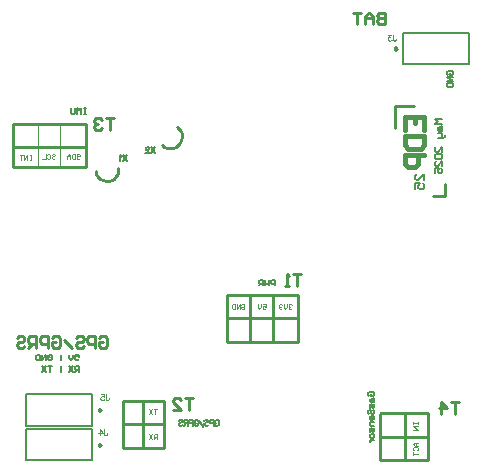
<source format=gbo>
G04*
G04 #@! TF.GenerationSoftware,Altium Limited,Altium Designer,25.2.1 (25)*
G04*
G04 Layer_Color=32896*
%FSLAX25Y25*%
%MOIN*%
G70*
G04*
G04 #@! TF.SameCoordinates,E3AB8C20-A1E6-43C1-8624-3ED8289FA371*
G04*
G04*
G04 #@! TF.FilePolarity,Positive*
G04*
G01*
G75*
%ADD10C,0.00984*%
%ADD11C,0.00591*%
%ADD12C,0.00787*%
%ADD16C,0.01000*%
%ADD17C,0.00394*%
%ADD97C,0.01772*%
D10*
X30913Y30512D02*
X30175Y30938D01*
Y30086D01*
X30913Y30512D01*
X30906Y18898D02*
X30167Y19324D01*
Y18471D01*
X30906Y18898D01*
X129508Y150984D02*
X128770Y151410D01*
Y150558D01*
X129508Y150984D01*
D11*
X48787Y118078D02*
X47475Y116110D01*
Y118078D02*
X48787Y116110D01*
X46941Y117610D02*
Y117703D01*
X46847Y117891D01*
X46754Y117985D01*
X46566Y118078D01*
X46191D01*
X46004Y117985D01*
X45910Y117891D01*
X45817Y117703D01*
Y117516D01*
X45910Y117329D01*
X46098Y117047D01*
X47035Y116110D01*
X45723D01*
X39559Y115370D02*
X38247Y113402D01*
Y115370D02*
X39559Y113402D01*
X37806Y114995D02*
X37619Y115088D01*
X37338Y115370D01*
Y113402D01*
X68870Y26781D02*
X68963Y26968D01*
X69151Y27156D01*
X69338Y27249D01*
X69713D01*
X69901Y27156D01*
X70088Y26968D01*
X70182Y26781D01*
X70276Y26500D01*
Y26031D01*
X70182Y25750D01*
X70088Y25562D01*
X69901Y25375D01*
X69713Y25281D01*
X69338D01*
X69151Y25375D01*
X68963Y25562D01*
X68870Y25750D01*
Y26031D01*
X69338D02*
X68870D01*
X68420Y26218D02*
X67576D01*
X67295Y26312D01*
X67202Y26406D01*
X67108Y26593D01*
Y26874D01*
X67202Y27062D01*
X67295Y27156D01*
X67576Y27249D01*
X68420D01*
Y25281D01*
X65355Y26968D02*
X65543Y27156D01*
X65824Y27249D01*
X66199D01*
X66480Y27156D01*
X66667Y26968D01*
Y26781D01*
X66574Y26593D01*
X66480Y26500D01*
X66293Y26406D01*
X65730Y26218D01*
X65543Y26125D01*
X65449Y26031D01*
X65355Y25844D01*
Y25562D01*
X65543Y25375D01*
X65824Y25281D01*
X66199D01*
X66480Y25375D01*
X66667Y25562D01*
X64915Y25000D02*
X63603Y27249D01*
X62066Y26781D02*
X62160Y26968D01*
X62347Y27156D01*
X62534Y27249D01*
X62909D01*
X63097Y27156D01*
X63284Y26968D01*
X63378Y26781D01*
X63472Y26500D01*
Y26031D01*
X63378Y25750D01*
X63284Y25562D01*
X63097Y25375D01*
X62909Y25281D01*
X62534D01*
X62347Y25375D01*
X62160Y25562D01*
X62066Y25750D01*
Y26031D01*
X62534D02*
X62066D01*
X61616Y26218D02*
X60773D01*
X60491Y26312D01*
X60398Y26406D01*
X60304Y26593D01*
Y26874D01*
X60398Y27062D01*
X60491Y27156D01*
X60773Y27249D01*
X61616D01*
Y25281D01*
X59864Y27249D02*
Y25281D01*
Y27249D02*
X59020D01*
X58739Y27156D01*
X58645Y27062D01*
X58552Y26874D01*
Y26687D01*
X58645Y26500D01*
X58739Y26406D01*
X59020Y26312D01*
X59864D01*
X59207D02*
X58552Y25281D01*
X56799Y26968D02*
X56986Y27156D01*
X57267Y27249D01*
X57642D01*
X57924Y27156D01*
X58111Y26968D01*
Y26781D01*
X58017Y26593D01*
X57924Y26500D01*
X57736Y26406D01*
X57174Y26218D01*
X56986Y26125D01*
X56893Y26031D01*
X56799Y25844D01*
Y25562D01*
X56986Y25375D01*
X57267Y25281D01*
X57642D01*
X57924Y25375D01*
X58111Y25562D01*
X88906Y72031D02*
Y73999D01*
X87922D01*
X87594Y73671D01*
Y73015D01*
X87922Y72687D01*
X88906D01*
X86938Y73999D02*
Y72031D01*
X86282Y72687D01*
X85626Y72031D01*
Y73999D01*
X84970Y72031D02*
Y73999D01*
X83986D01*
X83658Y73671D01*
Y73015D01*
X83986Y72687D01*
X84970D01*
X84314D02*
X83658Y72031D01*
X120211Y35105D02*
X119883Y35433D01*
Y36089D01*
X120211Y36417D01*
X121522D01*
X121850Y36089D01*
Y35433D01*
X121522Y35105D01*
X120867D01*
Y35761D01*
X120538Y34122D02*
Y33465D01*
X120867Y33138D01*
X121850D01*
Y34122D01*
X121522Y34449D01*
X121194Y34122D01*
Y33138D01*
X121850Y32482D02*
Y31498D01*
X121522Y31170D01*
X121194Y31498D01*
Y32154D01*
X120867Y32482D01*
X120538Y32154D01*
Y31170D01*
X120211Y29202D02*
X119883Y29530D01*
Y30186D01*
X120211Y30514D01*
X120538D01*
X120867Y30186D01*
Y29530D01*
X121194Y29202D01*
X121522D01*
X121850Y29530D01*
Y30186D01*
X121522Y30514D01*
X121850Y27562D02*
Y28218D01*
X121522Y28546D01*
X120867D01*
X120538Y28218D01*
Y27562D01*
X120867Y27234D01*
X121194D01*
Y28546D01*
X121850Y26578D02*
X120538D01*
Y25594D01*
X120867Y25266D01*
X121850D01*
Y24610D02*
Y23626D01*
X121522Y23298D01*
X121194Y23626D01*
Y24282D01*
X120867Y24610D01*
X120538Y24282D01*
Y23298D01*
X121850Y22314D02*
Y21658D01*
X121522Y21330D01*
X120867D01*
X120538Y21658D01*
Y22314D01*
X120867Y22642D01*
X121522D01*
X121850Y22314D01*
X120538Y20674D02*
X121850D01*
X121194D01*
X120867Y20346D01*
X120538Y20019D01*
Y19691D01*
X25827Y131161D02*
X25171D01*
X25499D01*
Y129193D01*
X25827D01*
X25171D01*
X24187D02*
Y131161D01*
X23531Y130505D01*
X22875Y131161D01*
Y129193D01*
X22219Y131161D02*
Y129521D01*
X21891Y129193D01*
X21235D01*
X20907Y129521D01*
Y131161D01*
X22113Y49015D02*
X23425D01*
Y48031D01*
X22769Y48359D01*
X22441D01*
X22113Y48031D01*
Y47375D01*
X22441Y47047D01*
X23097D01*
X23425Y47375D01*
X21457Y49015D02*
Y47703D01*
X20801Y47047D01*
X20145Y47703D01*
Y49015D01*
X17522D02*
Y47047D01*
X13258Y48687D02*
X13586Y49015D01*
X14242D01*
X14570Y48687D01*
Y47375D01*
X14242Y47047D01*
X13586D01*
X13258Y47375D01*
Y48031D01*
X13914D01*
X12602Y47047D02*
Y49015D01*
X11290Y47047D01*
Y49015D01*
X10634D02*
Y47047D01*
X9650D01*
X9322Y47375D01*
Y48687D01*
X9650Y49015D01*
X10634D01*
X146687Y142290D02*
X146359Y142618D01*
Y143274D01*
X146687Y143602D01*
X147999D01*
X148327Y143274D01*
Y142618D01*
X147999Y142290D01*
X147343D01*
Y142946D01*
X148327Y141635D02*
X146359D01*
X148327Y140323D01*
X146359D01*
Y139667D02*
X148327D01*
Y138683D01*
X147999Y138355D01*
X146687D01*
X146359Y138683D01*
Y139667D01*
X23425Y43110D02*
Y45078D01*
X22441D01*
X22113Y44750D01*
Y44094D01*
X22441Y43766D01*
X23425D01*
X22769D02*
X22113Y43110D01*
X21457Y45078D02*
X20145Y43110D01*
Y45078D02*
X21457Y43110D01*
X17522Y45078D02*
Y43110D01*
X14570Y45078D02*
X13258D01*
X13914D01*
Y43110D01*
X12602Y45078D02*
X11290Y43110D01*
Y45078D02*
X12602Y43110D01*
D12*
X27921Y25315D02*
Y35709D01*
X5952Y25315D02*
X27921D01*
X5952D02*
Y35709D01*
X27921D01*
X27913Y13701D02*
Y24094D01*
X5945Y13701D02*
X27913D01*
X5945D02*
Y24094D01*
X27913D01*
X131516Y145787D02*
Y156181D01*
X153484D01*
Y145787D02*
Y156181D01*
X131516Y145787D02*
X153484D01*
X138583Y107087D02*
Y109055D01*
X136615Y107087D01*
X136123D01*
X135631Y107579D01*
Y108563D01*
X136123Y109055D01*
X135631Y104135D02*
Y106103D01*
X137107D01*
X136615Y105119D01*
Y104627D01*
X137107Y104135D01*
X138091D01*
X138583Y104627D01*
Y105611D01*
X138091Y106103D01*
X144685Y127559D02*
X142324D01*
X143111Y126772D01*
X142324Y125985D01*
X144685D01*
X143111Y124804D02*
Y124017D01*
X143505Y123623D01*
X144685D01*
Y124804D01*
X144292Y125198D01*
X143898Y124804D01*
Y123623D01*
X143111Y122836D02*
X144292D01*
X144685Y122443D01*
Y121262D01*
X145079D01*
X145472Y121655D01*
Y122049D01*
X144685Y121262D02*
X143111D01*
X144685Y116539D02*
Y118113D01*
X143111Y116539D01*
X142717D01*
X142324Y116933D01*
Y117720D01*
X142717Y118113D01*
Y115752D02*
X142324Y115358D01*
Y114571D01*
X142717Y114178D01*
X144292D01*
X144685Y114571D01*
Y115358D01*
X144292Y115752D01*
X142717D01*
X144685Y111816D02*
Y113390D01*
X143111Y111816D01*
X142717D01*
X142324Y112210D01*
Y112997D01*
X142717Y113390D01*
X142324Y109455D02*
Y111029D01*
X143505D01*
X143111Y110242D01*
Y109848D01*
X143505Y109455D01*
X144292D01*
X144685Y109848D01*
Y110635D01*
X144292Y111029D01*
D16*
X29132Y110051D02*
X29406Y109088D01*
X29920Y108229D01*
X30640Y107533D01*
X31517Y107048D01*
X32489Y106808D01*
X33490Y106830D01*
X34451Y107110D01*
X35307Y107632D01*
X35997Y108357D01*
X36474Y109237D01*
X36707Y110211D01*
X36678Y111212D01*
X51202Y118805D02*
X52016Y118224D01*
X52948Y117863D01*
X53941Y117743D01*
X54933Y117873D01*
X55862Y118243D01*
X56670Y118832D01*
X57307Y119602D01*
X57735Y120506D01*
X57925Y121488D01*
X57867Y122486D01*
X57564Y123439D01*
X57035Y124288D01*
X56312Y124979D01*
X9941Y125886D02*
X9843Y125787D01*
X124213Y21654D02*
X124016Y21457D01*
X131890Y13780D02*
X132087Y13976D01*
Y29528D02*
X131890Y29331D01*
X124409Y29528D02*
X124016Y29134D01*
X38583Y25984D02*
X38189Y25591D01*
X88583Y68898D02*
X88189Y68504D01*
X25866Y111417D02*
Y125984D01*
X1575Y111417D02*
X25469D01*
X1575Y125984D02*
X25866D01*
X1575Y118110D02*
X25882D01*
X1575Y118898D02*
Y125984D01*
Y111417D02*
Y118898D01*
X141732Y101969D02*
X145669D01*
Y105905D01*
X129035Y124606D02*
Y131693D01*
X135335D01*
X124213Y21654D02*
X139764D01*
X132087Y13976D02*
Y29331D01*
X124409Y29528D02*
X139764D01*
Y13780D02*
Y29528D01*
X124016Y13780D02*
X139764D01*
X124016D02*
Y29134D01*
X38583Y25984D02*
X51968D01*
X45079Y17717D02*
Y33465D01*
X38189D02*
X51968D01*
Y17717D02*
Y33465D01*
X38189Y17717D02*
X51968D01*
X38189D02*
Y33465D01*
X88189Y53150D02*
Y68504D01*
X80709Y53150D02*
Y68898D01*
X72835Y61024D02*
X96457D01*
Y53150D02*
Y68898D01*
X72835D02*
X96457D01*
X72835Y53150D02*
Y68898D01*
Y53150D02*
X96457D01*
X150221Y33282D02*
X147597D01*
X148909D01*
Y29346D01*
X144317D02*
Y33282D01*
X146285Y31314D01*
X143661D01*
X61602Y34514D02*
X58978D01*
X60290D01*
Y30579D01*
X55043D02*
X57667D01*
X55043Y33203D01*
Y33858D01*
X55699Y34514D01*
X57011D01*
X57667Y33858D01*
X35287Y127944D02*
X32664D01*
X33975D01*
Y124008D01*
X31352Y127288D02*
X30696Y127944D01*
X29384D01*
X28728Y127288D01*
Y126632D01*
X29384Y125976D01*
X30040D01*
X29384D01*
X28728Y125320D01*
Y124664D01*
X29384Y124008D01*
X30696D01*
X31352Y124664D01*
X97425Y75802D02*
X94801D01*
X96113D01*
Y71866D01*
X93489D02*
X92177D01*
X92834D01*
Y75802D01*
X93489Y75146D01*
X30341Y54630D02*
X30997Y55286D01*
X32309D01*
X32965Y54630D01*
Y52006D01*
X32309Y51350D01*
X30997D01*
X30341Y52006D01*
Y53318D01*
X31653D01*
X29029Y51350D02*
Y55286D01*
X27061D01*
X26405Y54630D01*
Y53318D01*
X27061Y52662D01*
X29029D01*
X22469Y54630D02*
X23125Y55286D01*
X24437D01*
X25093Y54630D01*
Y53974D01*
X24437Y53318D01*
X23125D01*
X22469Y52662D01*
Y52006D01*
X23125Y51350D01*
X24437D01*
X25093Y52006D01*
X21157Y51350D02*
X18533Y53974D01*
X14598Y54630D02*
X15254Y55286D01*
X16566D01*
X17222Y54630D01*
Y52006D01*
X16566Y51350D01*
X15254D01*
X14598Y52006D01*
Y53318D01*
X15910D01*
X13286Y51350D02*
Y55286D01*
X11318D01*
X10662Y54630D01*
Y53318D01*
X11318Y52662D01*
X13286D01*
X9350Y51350D02*
Y55286D01*
X7382D01*
X6726Y54630D01*
Y53318D01*
X7382Y52662D01*
X9350D01*
X8038D02*
X6726Y51350D01*
X2791Y54630D02*
X3447Y55286D01*
X4758D01*
X5414Y54630D01*
Y53974D01*
X4758Y53318D01*
X3447D01*
X2791Y52662D01*
Y52006D01*
X3447Y51350D01*
X4758D01*
X5414Y52006D01*
X125476Y163007D02*
Y159071D01*
X123509D01*
X122853Y159727D01*
Y160383D01*
X123509Y161039D01*
X125476D01*
X123509D01*
X122853Y161695D01*
Y162351D01*
X123509Y163007D01*
X125476D01*
X121541Y159071D02*
Y161695D01*
X120229Y163007D01*
X118917Y161695D01*
Y159071D01*
Y161039D01*
X121541D01*
X117605Y163007D02*
X114981D01*
X116293D01*
Y159071D01*
D17*
X9843Y111417D02*
Y125787D01*
X17224Y111417D02*
Y125984D01*
X22769Y115584D02*
X23032Y115846D01*
X23557D01*
X23819Y115584D01*
Y115321D01*
X23557Y115059D01*
X23032D01*
X22769Y114796D01*
Y114534D01*
X23032Y114272D01*
X23557D01*
X23819Y114534D01*
X22245Y115846D02*
Y114272D01*
X21457D01*
X21195Y114534D01*
Y115584D01*
X21457Y115846D01*
X22245D01*
X20670Y114272D02*
Y115321D01*
X20146Y115846D01*
X19621Y115321D01*
Y114272D01*
Y115059D01*
X20670D01*
X14529Y115666D02*
X14792Y115929D01*
X15316D01*
X15579Y115666D01*
Y115404D01*
X15316Y115141D01*
X14792D01*
X14529Y114879D01*
Y114617D01*
X14792Y114354D01*
X15316D01*
X15579Y114617D01*
X12955Y115666D02*
X13217Y115929D01*
X13742D01*
X14004Y115666D01*
Y114617D01*
X13742Y114354D01*
X13217D01*
X12955Y114617D01*
X12430Y115929D02*
Y114354D01*
X11381D01*
X7724Y115476D02*
X7200D01*
X7462D01*
Y113902D01*
X7724D01*
X7200D01*
X6413D02*
Y115476D01*
X5363Y113902D01*
Y115476D01*
X4838D02*
X3789D01*
X4313D01*
Y113902D01*
X136614Y19685D02*
X135565D01*
X135040Y19160D01*
X135565Y18635D01*
X136614D01*
X135827D01*
Y19685D01*
X135302Y17061D02*
X135040Y17324D01*
Y17848D01*
X135302Y18111D01*
X136352D01*
X136614Y17848D01*
Y17324D01*
X136352Y17061D01*
X135040Y16536D02*
Y15487D01*
Y16012D01*
X136614D01*
X135040Y26378D02*
Y25853D01*
Y26116D01*
X136614D01*
Y26378D01*
Y25853D01*
Y25066D02*
X135040D01*
X136614Y24016D01*
X135040D01*
X94488Y65485D02*
X94226Y65747D01*
X93701D01*
X93439Y65485D01*
Y65223D01*
X93701Y64960D01*
X93963D01*
X93701D01*
X93439Y64698D01*
Y64436D01*
X93701Y64173D01*
X94226D01*
X94488Y64436D01*
X92914Y65747D02*
Y64698D01*
X92389Y64173D01*
X91864Y64698D01*
Y65747D01*
X91340Y65485D02*
X91077Y65747D01*
X90553D01*
X90290Y65485D01*
Y65223D01*
X90553Y64960D01*
X90815D01*
X90553D01*
X90290Y64698D01*
Y64436D01*
X90553Y64173D01*
X91077D01*
X91340Y64436D01*
X84777Y65747D02*
X85827D01*
Y64960D01*
X85302Y65223D01*
X85040D01*
X84777Y64960D01*
Y64436D01*
X85040Y64173D01*
X85564D01*
X85827Y64436D01*
X84253Y65747D02*
Y64698D01*
X83728Y64173D01*
X83203Y64698D01*
Y65747D01*
X77691Y65485D02*
X77953Y65747D01*
X78478D01*
X78740Y65485D01*
Y64436D01*
X78478Y64173D01*
X77953D01*
X77691Y64436D01*
Y64960D01*
X78215D01*
X77166Y64173D02*
Y65747D01*
X76116Y64173D01*
Y65747D01*
X75592D02*
Y64173D01*
X74804D01*
X74542Y64436D01*
Y65485D01*
X74804Y65747D01*
X75592D01*
X49606Y20866D02*
Y22440D01*
X48819D01*
X48557Y22178D01*
Y21653D01*
X48819Y21391D01*
X49606D01*
X49082D02*
X48557Y20866D01*
X48032Y22440D02*
X46982Y20866D01*
Y22440D02*
X48032Y20866D01*
X49606Y30708D02*
X48557D01*
X49082D01*
Y29134D01*
X48032Y30708D02*
X46982Y29134D01*
Y30708D02*
X48032Y29134D01*
X32527Y35728D02*
Y34229D01*
X32621Y33948D01*
X32715Y33854D01*
X32902Y33760D01*
X33089D01*
X33277Y33854D01*
X33371Y33948D01*
X33464Y34229D01*
Y34416D01*
X30896Y35728D02*
X31834D01*
X31927Y34885D01*
X31834Y34978D01*
X31552Y35072D01*
X31271D01*
X30990Y34978D01*
X30803Y34791D01*
X30709Y34510D01*
Y34322D01*
X30803Y34041D01*
X30990Y33854D01*
X31271Y33760D01*
X31552D01*
X31834Y33854D01*
X31927Y33948D01*
X32021Y34135D01*
X31983Y24114D02*
Y22614D01*
X32077Y22333D01*
X32171Y22240D01*
X32358Y22146D01*
X32546D01*
X32733Y22240D01*
X32827Y22333D01*
X32921Y22614D01*
Y22802D01*
X30540Y24114D02*
X31477Y22802D01*
X30071D01*
X30540Y24114D02*
Y22146D01*
X128295Y155610D02*
Y154111D01*
X128389Y153829D01*
X128482Y153736D01*
X128670Y153642D01*
X128857D01*
X129044Y153736D01*
X129138Y153829D01*
X129232Y154111D01*
Y154298D01*
X127601Y155610D02*
X126570D01*
X127133Y154860D01*
X126851D01*
X126664Y154767D01*
X126570Y154673D01*
X126477Y154392D01*
Y154204D01*
X126570Y153923D01*
X126758Y153736D01*
X127039Y153642D01*
X127320D01*
X127601Y153736D01*
X127695Y153829D01*
X127789Y154017D01*
D97*
X132283Y123951D02*
Y128150D01*
X138581D01*
Y123951D01*
X135432Y128150D02*
Y126051D01*
X132283Y121852D02*
X138581D01*
Y118704D01*
X137531Y117654D01*
X133333D01*
X132283Y118704D01*
Y121852D01*
X138581Y115555D02*
X132283D01*
Y112407D01*
X133333Y111357D01*
X135432D01*
X136482Y112407D01*
Y115555D01*
M02*

</source>
